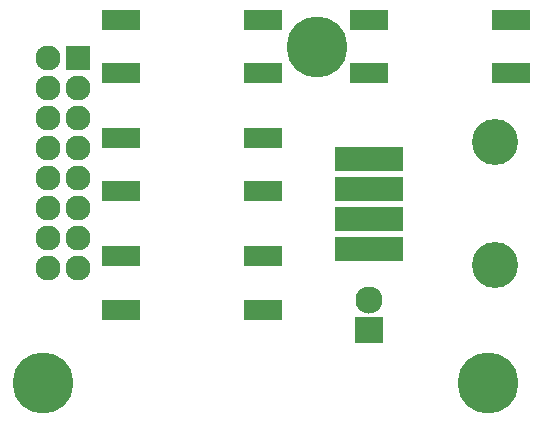
<source format=gbr>
G04 #@! TF.FileFunction,Soldermask,Top*
%FSLAX46Y46*%
G04 Gerber Fmt 4.6, Leading zero omitted, Abs format (unit mm)*
G04 Created by KiCad (PCBNEW (2015-08-05 BZR 6055, Git fa29c62)-product) date 3/31/2016 4:17:10 PM*
%MOMM*%
G01*
G04 APERTURE LIST*
%ADD10C,0.100000*%
%ADD11C,0.150000*%
%ADD12C,5.162500*%
%ADD13R,2.400000X2.300000*%
%ADD14C,2.300000*%
%ADD15C,3.900000*%
%ADD16R,5.730000X2.050000*%
%ADD17R,2.127200X2.127200*%
%ADD18O,2.127200X2.127200*%
%ADD19R,3.225000X1.800000*%
G04 APERTURE END LIST*
D10*
D11*
X152796051Y-73500000D02*
G75*
G03X152796051Y-73500000I-1796051J0D01*
G01*
X115196051Y-73500000D02*
G75*
G03X115196051Y-73500000I-1796051J0D01*
G01*
X138396051Y-45000000D02*
G75*
G03X138396051Y-45000000I-1796051J0D01*
G01*
D12*
X151000000Y-73500000D03*
X113400000Y-73500000D03*
D13*
X141000000Y-69000000D03*
D14*
X141000000Y-66460000D03*
D15*
X151660000Y-53088000D03*
D16*
X140970000Y-62103000D03*
X140970000Y-54483000D03*
X141000000Y-57000000D03*
X140970000Y-59563000D03*
D15*
X151660000Y-63498000D03*
D17*
X116332000Y-45974000D03*
D18*
X113792000Y-45974000D03*
X116332000Y-48514000D03*
X113792000Y-48514000D03*
X116332000Y-51054000D03*
X113792000Y-51054000D03*
X116332000Y-53594000D03*
X113792000Y-53594000D03*
X116332000Y-56134000D03*
X113792000Y-56134000D03*
X116332000Y-58674000D03*
X113792000Y-58674000D03*
X116332000Y-61214000D03*
X113792000Y-61214000D03*
X116332000Y-63754000D03*
X113792000Y-63754000D03*
D19*
X132000000Y-42750000D03*
X132000000Y-47250000D03*
X120000000Y-47250000D03*
X120000000Y-42750000D03*
X132000000Y-52750000D03*
X132000000Y-57250000D03*
X120000000Y-57250000D03*
X120000000Y-52750000D03*
X132000000Y-62750000D03*
X132000000Y-67250000D03*
X120000000Y-67250000D03*
X120000000Y-62750000D03*
X153000000Y-42750000D03*
X153000000Y-47250000D03*
X141000000Y-47250000D03*
X141000000Y-42750000D03*
D12*
X136600000Y-45000000D03*
M02*

</source>
